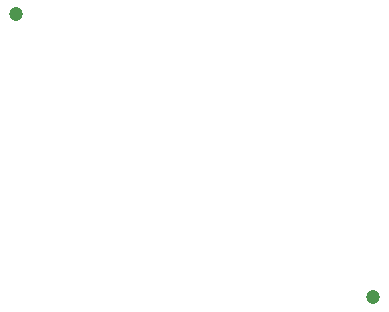
<source format=gbr>
%TF.GenerationSoftware,KiCad,Pcbnew,(6.0.4)*%
%TF.CreationDate,2022-04-19T23:51:53-04:00*%
%TF.ProjectId,Light_Sensor_schematic,4c696768-745f-4536-956e-736f725f7363,rev?*%
%TF.SameCoordinates,Original*%
%TF.FileFunction,NonPlated,1,2,NPTH,Drill*%
%TF.FilePolarity,Positive*%
%FSLAX46Y46*%
G04 Gerber Fmt 4.6, Leading zero omitted, Abs format (unit mm)*
G04 Created by KiCad (PCBNEW (6.0.4)) date 2022-04-19 23:51:53*
%MOMM*%
%LPD*%
G01*
G04 APERTURE LIST*
%TA.AperFunction,ComponentDrill*%
%ADD10C,1.200000*%
%TD*%
G04 APERTURE END LIST*
D10*
%TO.C,J3*%
X106720582Y-99457796D03*
%TO.C,J1*%
X136896660Y-123426357D03*
M02*

</source>
